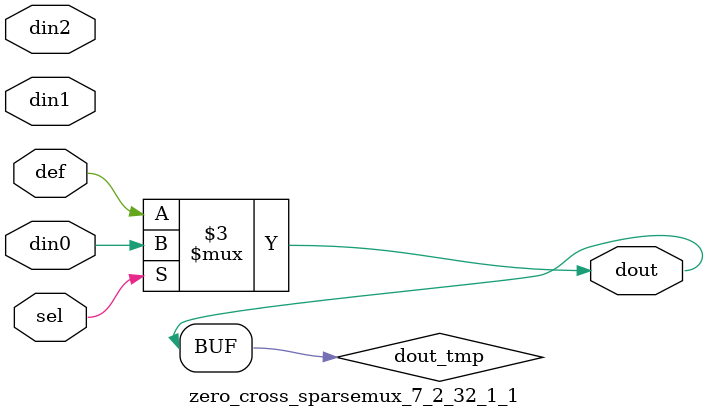
<source format=v>
`timescale 1ns / 1ps

module zero_cross_sparsemux_7_2_32_1_1 (din0,din1,din2,def,sel,dout);

parameter din0_WIDTH = 1;

parameter din1_WIDTH = 1;

parameter din2_WIDTH = 1;

parameter def_WIDTH = 1;
parameter sel_WIDTH = 1;
parameter dout_WIDTH = 1;

parameter [sel_WIDTH-1:0] CASE0 = 1;

parameter [sel_WIDTH-1:0] CASE1 = 1;

parameter [sel_WIDTH-1:0] CASE2 = 1;

parameter ID = 1;
parameter NUM_STAGE = 1;



input [din0_WIDTH-1:0] din0;

input [din1_WIDTH-1:0] din1;

input [din2_WIDTH-1:0] din2;

input [def_WIDTH-1:0] def;
input [sel_WIDTH-1:0] sel;

output [dout_WIDTH-1:0] dout;



reg [dout_WIDTH-1:0] dout_tmp;


always @ (*) begin
(* parallel_case *) case (sel)
    
    CASE0 : dout_tmp = din0;
    
    CASE1 : dout_tmp = din1;
    
    CASE2 : dout_tmp = din2;
    
    default : dout_tmp = def;
endcase
end


assign dout = dout_tmp;



endmodule

</source>
